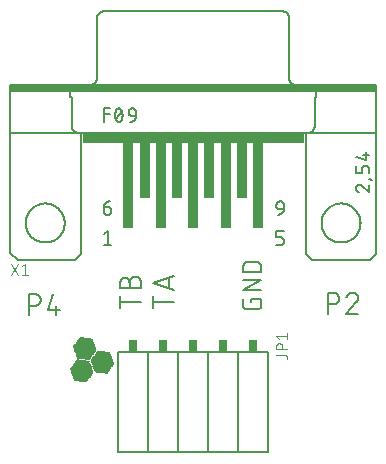
<source format=gbr>
G04 EAGLE Gerber RS-274X export*
G75*
%MOMM*%
%FSLAX34Y34*%
%LPD*%
%INSilkscreen Top*%
%IPPOS*%
%AMOC8*
5,1,8,0,0,1.08239X$1,22.5*%
G01*
%ADD10C,0.127000*%
%ADD11C,0.152400*%
%ADD12R,0.014731X0.014731*%
%ADD13R,0.147319X0.014731*%
%ADD14R,0.265175X0.014731*%
%ADD15R,0.383031X0.014731*%
%ADD16R,0.515619X0.014731*%
%ADD17R,0.633475X0.014731*%
%ADD18R,0.751331X0.014731*%
%ADD19R,0.883919X0.014731*%
%ADD20R,1.001775X0.014731*%
%ADD21R,1.119631X0.014731*%
%ADD22R,1.134363X0.014731*%
%ADD23R,1.149094X0.014731*%
%ADD24R,1.163825X0.014731*%
%ADD25R,1.178556X0.014731*%
%ADD26R,1.193288X0.014731*%
%ADD27R,1.222756X0.014731*%
%ADD28R,1.237488X0.014731*%
%ADD29R,1.266950X0.014731*%
%ADD30R,1.281681X0.014731*%
%ADD31R,1.311144X0.014731*%
%ADD32R,1.325881X0.014731*%
%ADD33R,1.355344X0.014731*%
%ADD34R,1.370075X0.014731*%
%ADD35R,1.384806X0.014731*%
%ADD36R,1.399538X0.014731*%
%ADD37R,1.414275X0.014731*%
%ADD38R,1.443738X0.014731*%
%ADD39R,1.458469X0.014731*%
%ADD40R,1.487931X0.014731*%
%ADD41R,1.502663X0.014731*%
%ADD42R,1.517394X0.014731*%
%ADD43R,1.532125X0.014731*%
%ADD44R,1.546856X0.014731*%
%ADD45R,1.576319X0.014731*%
%ADD46R,1.605788X0.014731*%
%ADD47R,1.620519X0.014731*%
%ADD48R,1.649981X0.014731*%
%ADD49R,1.664713X0.014731*%
%ADD50R,1.694175X0.014731*%
%ADD51R,1.708913X0.014731*%
%ADD52R,1.738375X0.014731*%
%ADD53R,1.753106X0.014731*%
%ADD54R,1.767838X0.014731*%
%ADD55R,1.782569X0.014731*%
%ADD56R,1.797306X0.014731*%
%ADD57R,0.117856X0.014731*%
%ADD58R,1.826769X0.014731*%
%ADD59R,0.235713X0.014731*%
%ADD60R,0.353569X0.014731*%
%ADD61R,1.856231X0.014731*%
%ADD62R,0.486156X0.014731*%
%ADD63R,1.870963X0.014731*%
%ADD64R,0.604013X0.014731*%
%ADD65R,0.721869X0.014731*%
%ADD66R,1.885694X0.014731*%
%ADD67R,0.839719X0.014731*%
%ADD68R,0.972306X0.014731*%
%ADD69R,1.090169X0.014731*%
%ADD70R,1.208025X0.014731*%
%ADD71R,1.252219X0.014731*%
%ADD72R,1.296412X0.014731*%
%ADD73R,1.340612X0.014731*%
%ADD74R,1.826763X0.014731*%
%ADD75R,1.414269X0.014731*%
%ADD76R,1.812031X0.014731*%
%ADD77R,1.429000X0.014731*%
%ADD78R,1.458462X0.014731*%
%ADD79R,1.473200X0.014731*%
%ADD80R,1.723644X0.014731*%
%ADD81R,1.694181X0.014731*%
%ADD82R,1.679450X0.014731*%
%ADD83R,1.561594X0.014731*%
%ADD84R,1.576325X0.014731*%
%ADD85R,1.591056X0.014731*%
%ADD86R,1.635250X0.014731*%
%ADD87R,1.561588X0.014731*%
%ADD88R,1.443731X0.014731*%
%ADD89R,1.797300X0.014731*%
%ADD90R,1.841500X0.014731*%
%ADD91R,1.311150X0.014731*%
%ADD92R,1.296419X0.014731*%
%ADD93R,1.193294X0.014731*%
%ADD94R,0.957575X0.014731*%
%ADD95R,0.589281X0.014731*%
%ADD96R,0.471425X0.014731*%
%ADD97R,0.220975X0.014731*%
%ADD98R,1.812038X0.014731*%
%ADD99R,0.103119X0.014731*%
%ADD100R,0.029463X0.014731*%
%ADD101R,0.162050X0.014731*%
%ADD102R,0.397763X0.014731*%
%ADD103R,0.648206X0.014731*%
%ADD104R,1.679444X0.014731*%
%ADD105R,1.016506X0.014731*%
%ADD106R,1.104900X0.014731*%
%ADD107R,1.222750X0.014731*%
%ADD108R,1.429006X0.014731*%
%ADD109R,1.208019X0.014731*%
%ADD110R,0.987044X0.014731*%
%ADD111R,0.854456X0.014731*%
%ADD112R,0.618744X0.014731*%
%ADD113R,0.500888X0.014731*%
%ADD114R,0.368300X0.014731*%
%ADD115R,0.132587X0.014731*%
%ADD116R,1.664719X0.014731*%
%ADD117R,1.075438X0.014731*%
%ADD118R,0.942844X0.014731*%
%ADD119R,0.707131X0.014731*%
%ADD120R,0.456694X0.014731*%
%ADD121R,0.088388X0.014731*%
%ADD122R,18.542000X0.762000*%
%ADD123R,30.988000X0.508000*%
%ADD124R,0.812800X7.239000*%
%ADD125R,0.812800X4.699000*%
%ADD126C,0.101600*%
%ADD127R,0.762000X1.016000*%


D10*
X234597Y99370D02*
X234597Y101953D01*
X243205Y101953D01*
X243205Y96788D01*
X243203Y96673D01*
X243197Y96558D01*
X243188Y96443D01*
X243174Y96329D01*
X243157Y96215D01*
X243136Y96102D01*
X243111Y95990D01*
X243083Y95878D01*
X243050Y95768D01*
X243014Y95659D01*
X242975Y95551D01*
X242932Y95444D01*
X242885Y95339D01*
X242835Y95235D01*
X242781Y95133D01*
X242724Y95033D01*
X242664Y94935D01*
X242601Y94839D01*
X242534Y94746D01*
X242464Y94654D01*
X242391Y94565D01*
X242316Y94478D01*
X242237Y94394D01*
X242156Y94313D01*
X242072Y94235D01*
X241985Y94159D01*
X241896Y94086D01*
X241804Y94016D01*
X241711Y93949D01*
X241615Y93886D01*
X241517Y93826D01*
X241417Y93769D01*
X241315Y93715D01*
X241211Y93665D01*
X241106Y93618D01*
X240999Y93575D01*
X240891Y93536D01*
X240782Y93500D01*
X240672Y93467D01*
X240560Y93439D01*
X240448Y93414D01*
X240335Y93393D01*
X240221Y93376D01*
X240107Y93362D01*
X239992Y93353D01*
X239877Y93347D01*
X239762Y93345D01*
X231154Y93345D01*
X231039Y93347D01*
X230924Y93353D01*
X230809Y93362D01*
X230695Y93376D01*
X230581Y93393D01*
X230468Y93414D01*
X230356Y93439D01*
X230244Y93467D01*
X230134Y93500D01*
X230025Y93536D01*
X229917Y93575D01*
X229810Y93618D01*
X229705Y93665D01*
X229601Y93715D01*
X229499Y93769D01*
X229399Y93826D01*
X229301Y93886D01*
X229205Y93949D01*
X229112Y94016D01*
X229020Y94086D01*
X228931Y94159D01*
X228844Y94234D01*
X228760Y94313D01*
X228679Y94394D01*
X228601Y94478D01*
X228525Y94565D01*
X228452Y94654D01*
X228382Y94746D01*
X228315Y94839D01*
X228252Y94935D01*
X228192Y95033D01*
X228135Y95133D01*
X228081Y95235D01*
X228031Y95339D01*
X227984Y95444D01*
X227941Y95551D01*
X227902Y95659D01*
X227866Y95768D01*
X227833Y95878D01*
X227805Y95990D01*
X227780Y96102D01*
X227759Y96215D01*
X227742Y96329D01*
X227728Y96443D01*
X227719Y96558D01*
X227713Y96673D01*
X227711Y96788D01*
X227711Y101953D01*
X227711Y109202D02*
X243205Y109202D01*
X243205Y117810D02*
X227711Y109202D01*
X227711Y117810D02*
X243205Y117810D01*
X243205Y125059D02*
X227711Y125059D01*
X227711Y129363D01*
X227713Y129493D01*
X227719Y129623D01*
X227729Y129753D01*
X227742Y129882D01*
X227760Y130011D01*
X227782Y130139D01*
X227807Y130266D01*
X227836Y130393D01*
X227869Y130519D01*
X227906Y130643D01*
X227946Y130767D01*
X227991Y130889D01*
X228039Y131010D01*
X228090Y131129D01*
X228145Y131247D01*
X228204Y131363D01*
X228266Y131477D01*
X228332Y131590D01*
X228401Y131700D01*
X228473Y131808D01*
X228548Y131914D01*
X228627Y132017D01*
X228709Y132118D01*
X228793Y132217D01*
X228881Y132313D01*
X228972Y132406D01*
X229065Y132497D01*
X229161Y132585D01*
X229260Y132669D01*
X229361Y132751D01*
X229464Y132830D01*
X229570Y132905D01*
X229678Y132977D01*
X229788Y133046D01*
X229901Y133112D01*
X230015Y133174D01*
X230131Y133233D01*
X230249Y133288D01*
X230368Y133339D01*
X230489Y133387D01*
X230611Y133432D01*
X230735Y133472D01*
X230859Y133509D01*
X230985Y133542D01*
X231112Y133571D01*
X231239Y133597D01*
X231367Y133618D01*
X231496Y133636D01*
X231626Y133649D01*
X231755Y133659D01*
X231885Y133665D01*
X232015Y133667D01*
X232015Y133666D02*
X238901Y133666D01*
X238901Y133667D02*
X239031Y133665D01*
X239161Y133659D01*
X239291Y133649D01*
X239420Y133636D01*
X239549Y133618D01*
X239677Y133597D01*
X239804Y133571D01*
X239931Y133542D01*
X240057Y133509D01*
X240181Y133472D01*
X240305Y133432D01*
X240427Y133387D01*
X240548Y133339D01*
X240667Y133288D01*
X240785Y133233D01*
X240901Y133174D01*
X241015Y133112D01*
X241128Y133046D01*
X241238Y132977D01*
X241346Y132905D01*
X241452Y132830D01*
X241555Y132751D01*
X241656Y132669D01*
X241755Y132585D01*
X241851Y132497D01*
X241944Y132406D01*
X242035Y132313D01*
X242123Y132217D01*
X242207Y132118D01*
X242289Y132017D01*
X242368Y131914D01*
X242443Y131808D01*
X242515Y131700D01*
X242584Y131590D01*
X242650Y131477D01*
X242712Y131363D01*
X242771Y131247D01*
X242826Y131129D01*
X242877Y131010D01*
X242925Y130889D01*
X242970Y130767D01*
X243010Y130643D01*
X243047Y130519D01*
X243080Y130393D01*
X243109Y130266D01*
X243135Y130139D01*
X243156Y130011D01*
X243174Y129882D01*
X243187Y129753D01*
X243197Y129623D01*
X243203Y129493D01*
X243205Y129363D01*
X243205Y125059D01*
D11*
X169418Y99681D02*
X151638Y99681D01*
X151638Y94742D02*
X151638Y104620D01*
X151638Y115315D02*
X169418Y109388D01*
X169418Y121241D02*
X151638Y115315D01*
X164973Y119760D02*
X164973Y110870D01*
X141478Y99681D02*
X123698Y99681D01*
X123698Y94742D02*
X123698Y104620D01*
X131600Y111131D02*
X131600Y116070D01*
X131602Y116210D01*
X131608Y116349D01*
X131618Y116489D01*
X131632Y116628D01*
X131649Y116767D01*
X131671Y116905D01*
X131697Y117042D01*
X131726Y117179D01*
X131759Y117315D01*
X131796Y117449D01*
X131837Y117583D01*
X131882Y117715D01*
X131931Y117847D01*
X131983Y117976D01*
X132038Y118104D01*
X132098Y118231D01*
X132161Y118356D01*
X132227Y118479D01*
X132297Y118600D01*
X132370Y118719D01*
X132447Y118836D01*
X132527Y118950D01*
X132610Y119063D01*
X132696Y119173D01*
X132786Y119280D01*
X132878Y119385D01*
X132973Y119487D01*
X133071Y119587D01*
X133172Y119684D01*
X133276Y119778D01*
X133382Y119868D01*
X133491Y119956D01*
X133602Y120041D01*
X133716Y120122D01*
X133831Y120201D01*
X133949Y120276D01*
X134070Y120347D01*
X134192Y120415D01*
X134315Y120480D01*
X134441Y120541D01*
X134569Y120599D01*
X134697Y120653D01*
X134828Y120703D01*
X134960Y120750D01*
X135093Y120793D01*
X135227Y120832D01*
X135362Y120867D01*
X135498Y120898D01*
X135636Y120926D01*
X135773Y120949D01*
X135912Y120969D01*
X136051Y120985D01*
X136190Y120997D01*
X136329Y121005D01*
X136469Y121009D01*
X136609Y121009D01*
X136749Y121005D01*
X136888Y120997D01*
X137027Y120985D01*
X137166Y120969D01*
X137305Y120949D01*
X137442Y120926D01*
X137580Y120898D01*
X137716Y120867D01*
X137851Y120832D01*
X137985Y120793D01*
X138118Y120750D01*
X138250Y120703D01*
X138381Y120653D01*
X138509Y120599D01*
X138637Y120541D01*
X138763Y120480D01*
X138886Y120415D01*
X139009Y120347D01*
X139129Y120276D01*
X139247Y120201D01*
X139362Y120122D01*
X139476Y120041D01*
X139587Y119956D01*
X139696Y119868D01*
X139802Y119778D01*
X139906Y119684D01*
X140007Y119587D01*
X140105Y119487D01*
X140200Y119385D01*
X140292Y119280D01*
X140382Y119173D01*
X140468Y119063D01*
X140551Y118950D01*
X140631Y118836D01*
X140708Y118719D01*
X140781Y118600D01*
X140851Y118479D01*
X140917Y118356D01*
X140980Y118231D01*
X141040Y118104D01*
X141095Y117976D01*
X141147Y117847D01*
X141196Y117715D01*
X141241Y117583D01*
X141282Y117449D01*
X141319Y117315D01*
X141352Y117179D01*
X141381Y117042D01*
X141407Y116905D01*
X141429Y116767D01*
X141446Y116628D01*
X141460Y116489D01*
X141470Y116349D01*
X141476Y116210D01*
X141478Y116070D01*
X141478Y111131D01*
X123698Y111131D01*
X123698Y116070D01*
X123700Y116194D01*
X123706Y116318D01*
X123716Y116442D01*
X123729Y116565D01*
X123747Y116688D01*
X123768Y116810D01*
X123793Y116932D01*
X123822Y117053D01*
X123855Y117172D01*
X123891Y117291D01*
X123932Y117408D01*
X123975Y117524D01*
X124023Y117639D01*
X124074Y117752D01*
X124129Y117864D01*
X124187Y117973D01*
X124248Y118081D01*
X124313Y118187D01*
X124381Y118291D01*
X124453Y118392D01*
X124527Y118492D01*
X124605Y118588D01*
X124685Y118683D01*
X124769Y118775D01*
X124855Y118864D01*
X124944Y118950D01*
X125036Y119034D01*
X125131Y119114D01*
X125227Y119192D01*
X125327Y119266D01*
X125428Y119338D01*
X125532Y119406D01*
X125638Y119471D01*
X125746Y119532D01*
X125855Y119590D01*
X125967Y119645D01*
X126080Y119696D01*
X126195Y119744D01*
X126311Y119787D01*
X126428Y119828D01*
X126547Y119864D01*
X126666Y119897D01*
X126787Y119926D01*
X126909Y119951D01*
X127031Y119972D01*
X127154Y119990D01*
X127277Y120003D01*
X127401Y120013D01*
X127525Y120019D01*
X127649Y120021D01*
X127773Y120019D01*
X127897Y120013D01*
X128021Y120003D01*
X128144Y119990D01*
X128267Y119972D01*
X128389Y119951D01*
X128511Y119926D01*
X128632Y119897D01*
X128751Y119864D01*
X128870Y119828D01*
X128987Y119787D01*
X129103Y119744D01*
X129218Y119696D01*
X129331Y119645D01*
X129443Y119590D01*
X129552Y119532D01*
X129660Y119471D01*
X129766Y119406D01*
X129870Y119338D01*
X129971Y119266D01*
X130071Y119192D01*
X130167Y119114D01*
X130262Y119034D01*
X130354Y118950D01*
X130443Y118864D01*
X130529Y118775D01*
X130613Y118683D01*
X130693Y118588D01*
X130771Y118492D01*
X130845Y118392D01*
X130917Y118291D01*
X130985Y118187D01*
X131050Y118081D01*
X131111Y117973D01*
X131169Y117864D01*
X131224Y117752D01*
X131275Y117639D01*
X131323Y117524D01*
X131366Y117408D01*
X131407Y117291D01*
X131443Y117172D01*
X131476Y117053D01*
X131505Y116932D01*
X131530Y116810D01*
X131551Y116688D01*
X131569Y116565D01*
X131582Y116442D01*
X131592Y116318D01*
X131598Y116194D01*
X131600Y116070D01*
X299212Y107442D02*
X299212Y89662D01*
X299212Y107442D02*
X304151Y107442D01*
X304291Y107440D01*
X304430Y107434D01*
X304570Y107424D01*
X304709Y107410D01*
X304848Y107393D01*
X304986Y107371D01*
X305123Y107345D01*
X305260Y107316D01*
X305396Y107283D01*
X305530Y107246D01*
X305664Y107205D01*
X305796Y107160D01*
X305928Y107111D01*
X306057Y107059D01*
X306185Y107004D01*
X306312Y106944D01*
X306437Y106881D01*
X306560Y106815D01*
X306681Y106745D01*
X306800Y106672D01*
X306917Y106595D01*
X307031Y106515D01*
X307144Y106432D01*
X307254Y106346D01*
X307361Y106256D01*
X307466Y106164D01*
X307568Y106069D01*
X307668Y105971D01*
X307765Y105870D01*
X307859Y105766D01*
X307949Y105660D01*
X308037Y105551D01*
X308122Y105440D01*
X308203Y105326D01*
X308282Y105211D01*
X308357Y105093D01*
X308428Y104973D01*
X308496Y104850D01*
X308561Y104727D01*
X308622Y104601D01*
X308680Y104473D01*
X308734Y104345D01*
X308784Y104214D01*
X308831Y104082D01*
X308874Y103949D01*
X308913Y103815D01*
X308948Y103680D01*
X308979Y103544D01*
X309007Y103406D01*
X309030Y103269D01*
X309050Y103130D01*
X309066Y102991D01*
X309078Y102852D01*
X309086Y102713D01*
X309090Y102573D01*
X309090Y102433D01*
X309086Y102293D01*
X309078Y102154D01*
X309066Y102015D01*
X309050Y101876D01*
X309030Y101737D01*
X309007Y101600D01*
X308979Y101462D01*
X308948Y101326D01*
X308913Y101191D01*
X308874Y101057D01*
X308831Y100924D01*
X308784Y100792D01*
X308734Y100661D01*
X308680Y100533D01*
X308622Y100405D01*
X308561Y100279D01*
X308496Y100156D01*
X308428Y100034D01*
X308357Y99913D01*
X308282Y99795D01*
X308203Y99680D01*
X308122Y99566D01*
X308037Y99455D01*
X307949Y99346D01*
X307859Y99240D01*
X307765Y99136D01*
X307668Y99035D01*
X307568Y98937D01*
X307466Y98842D01*
X307361Y98750D01*
X307254Y98660D01*
X307144Y98574D01*
X307031Y98491D01*
X306917Y98411D01*
X306800Y98334D01*
X306681Y98261D01*
X306560Y98191D01*
X306437Y98125D01*
X306312Y98062D01*
X306185Y98002D01*
X306057Y97947D01*
X305928Y97895D01*
X305796Y97846D01*
X305664Y97801D01*
X305530Y97760D01*
X305396Y97723D01*
X305260Y97690D01*
X305123Y97661D01*
X304986Y97635D01*
X304848Y97613D01*
X304709Y97596D01*
X304570Y97582D01*
X304430Y97572D01*
X304291Y97566D01*
X304151Y97564D01*
X299212Y97564D01*
X320640Y107442D02*
X320772Y107440D01*
X320903Y107434D01*
X321035Y107424D01*
X321166Y107411D01*
X321296Y107393D01*
X321426Y107372D01*
X321556Y107347D01*
X321684Y107318D01*
X321812Y107285D01*
X321938Y107248D01*
X322064Y107208D01*
X322188Y107164D01*
X322311Y107116D01*
X322432Y107065D01*
X322552Y107010D01*
X322670Y106952D01*
X322786Y106890D01*
X322900Y106824D01*
X323013Y106756D01*
X323123Y106684D01*
X323231Y106609D01*
X323337Y106530D01*
X323441Y106449D01*
X323542Y106364D01*
X323640Y106277D01*
X323736Y106186D01*
X323829Y106093D01*
X323920Y105997D01*
X324007Y105899D01*
X324092Y105798D01*
X324173Y105694D01*
X324252Y105588D01*
X324327Y105480D01*
X324399Y105370D01*
X324467Y105257D01*
X324533Y105143D01*
X324595Y105027D01*
X324653Y104909D01*
X324708Y104789D01*
X324759Y104668D01*
X324807Y104545D01*
X324851Y104421D01*
X324891Y104295D01*
X324928Y104169D01*
X324961Y104041D01*
X324990Y103913D01*
X325015Y103783D01*
X325036Y103653D01*
X325054Y103523D01*
X325067Y103392D01*
X325077Y103260D01*
X325083Y103129D01*
X325085Y102997D01*
X320640Y107442D02*
X320490Y107440D01*
X320341Y107434D01*
X320192Y107424D01*
X320043Y107411D01*
X319894Y107393D01*
X319746Y107372D01*
X319598Y107346D01*
X319452Y107317D01*
X319306Y107284D01*
X319161Y107247D01*
X319017Y107206D01*
X318874Y107162D01*
X318732Y107114D01*
X318592Y107062D01*
X318453Y107007D01*
X318315Y106948D01*
X318180Y106885D01*
X318045Y106819D01*
X317913Y106749D01*
X317783Y106676D01*
X317654Y106599D01*
X317527Y106519D01*
X317403Y106436D01*
X317281Y106350D01*
X317161Y106260D01*
X317044Y106167D01*
X316929Y106072D01*
X316816Y105973D01*
X316706Y105871D01*
X316599Y105767D01*
X316495Y105660D01*
X316393Y105550D01*
X316295Y105437D01*
X316199Y105322D01*
X316107Y105204D01*
X316017Y105084D01*
X315931Y104962D01*
X315848Y104838D01*
X315768Y104711D01*
X315692Y104583D01*
X315619Y104452D01*
X315549Y104319D01*
X315483Y104185D01*
X315421Y104049D01*
X315362Y103912D01*
X315306Y103773D01*
X315255Y103632D01*
X315207Y103491D01*
X323602Y99540D02*
X323698Y99633D01*
X323790Y99729D01*
X323880Y99828D01*
X323967Y99929D01*
X324052Y100032D01*
X324133Y100137D01*
X324211Y100245D01*
X324286Y100355D01*
X324359Y100467D01*
X324428Y100581D01*
X324494Y100697D01*
X324556Y100815D01*
X324615Y100934D01*
X324671Y101055D01*
X324724Y101178D01*
X324773Y101302D01*
X324818Y101427D01*
X324861Y101554D01*
X324899Y101681D01*
X324934Y101810D01*
X324965Y101939D01*
X324993Y102070D01*
X325017Y102201D01*
X325038Y102333D01*
X325054Y102465D01*
X325067Y102598D01*
X325077Y102731D01*
X325082Y102864D01*
X325084Y102997D01*
X323603Y99540D02*
X315207Y89662D01*
X325085Y89662D01*
X46482Y88392D02*
X46482Y106172D01*
X51421Y106172D01*
X51561Y106170D01*
X51700Y106164D01*
X51840Y106154D01*
X51979Y106140D01*
X52118Y106123D01*
X52256Y106101D01*
X52393Y106075D01*
X52530Y106046D01*
X52666Y106013D01*
X52800Y105976D01*
X52934Y105935D01*
X53066Y105890D01*
X53198Y105841D01*
X53327Y105789D01*
X53455Y105734D01*
X53582Y105674D01*
X53707Y105611D01*
X53830Y105545D01*
X53951Y105475D01*
X54070Y105402D01*
X54187Y105325D01*
X54301Y105245D01*
X54414Y105162D01*
X54524Y105076D01*
X54631Y104986D01*
X54736Y104894D01*
X54838Y104799D01*
X54938Y104701D01*
X55035Y104600D01*
X55129Y104496D01*
X55219Y104390D01*
X55307Y104281D01*
X55392Y104170D01*
X55473Y104056D01*
X55552Y103941D01*
X55627Y103823D01*
X55698Y103703D01*
X55766Y103580D01*
X55831Y103457D01*
X55892Y103331D01*
X55950Y103203D01*
X56004Y103075D01*
X56054Y102944D01*
X56101Y102812D01*
X56144Y102679D01*
X56183Y102545D01*
X56218Y102410D01*
X56249Y102274D01*
X56277Y102136D01*
X56300Y101999D01*
X56320Y101860D01*
X56336Y101721D01*
X56348Y101582D01*
X56356Y101443D01*
X56360Y101303D01*
X56360Y101163D01*
X56356Y101023D01*
X56348Y100884D01*
X56336Y100745D01*
X56320Y100606D01*
X56300Y100467D01*
X56277Y100330D01*
X56249Y100192D01*
X56218Y100056D01*
X56183Y99921D01*
X56144Y99787D01*
X56101Y99654D01*
X56054Y99522D01*
X56004Y99391D01*
X55950Y99263D01*
X55892Y99135D01*
X55831Y99009D01*
X55766Y98886D01*
X55698Y98764D01*
X55627Y98643D01*
X55552Y98525D01*
X55473Y98410D01*
X55392Y98296D01*
X55307Y98185D01*
X55219Y98076D01*
X55129Y97970D01*
X55035Y97866D01*
X54938Y97765D01*
X54838Y97667D01*
X54736Y97572D01*
X54631Y97480D01*
X54524Y97390D01*
X54414Y97304D01*
X54301Y97221D01*
X54187Y97141D01*
X54070Y97064D01*
X53951Y96991D01*
X53830Y96921D01*
X53707Y96855D01*
X53582Y96792D01*
X53455Y96732D01*
X53327Y96677D01*
X53198Y96625D01*
X53066Y96576D01*
X52934Y96531D01*
X52800Y96490D01*
X52666Y96453D01*
X52530Y96420D01*
X52393Y96391D01*
X52256Y96365D01*
X52118Y96343D01*
X51979Y96326D01*
X51840Y96312D01*
X51700Y96302D01*
X51561Y96296D01*
X51421Y96294D01*
X46482Y96294D01*
X62477Y92343D02*
X66428Y106172D01*
X62477Y92343D02*
X72355Y92343D01*
X69391Y96294D02*
X69391Y88392D01*
D12*
X95082Y31349D03*
D13*
X94567Y31496D03*
D14*
X93977Y31643D03*
D15*
X93536Y31791D03*
D16*
X93020Y31938D03*
D17*
X92578Y32085D03*
D18*
X91989Y32233D03*
D19*
X91473Y32380D03*
D20*
X91031Y32527D03*
D21*
X90589Y32675D03*
D22*
X90515Y32822D03*
D23*
X90589Y32969D03*
D24*
X90663Y33117D03*
D25*
X90589Y33264D03*
D26*
X90663Y33411D03*
D27*
X90663Y33558D03*
D28*
X90736Y33706D03*
X90736Y33853D03*
D29*
X90736Y34000D03*
D30*
X90810Y34148D03*
D31*
X90810Y34295D03*
X90810Y34442D03*
D32*
X90884Y34590D03*
D33*
X90884Y34737D03*
D34*
X90957Y34884D03*
D35*
X90884Y35032D03*
D36*
X90957Y35179D03*
D37*
X91031Y35326D03*
D38*
X91031Y35474D03*
X91031Y35621D03*
D39*
X91105Y35768D03*
D40*
X91105Y35916D03*
D41*
X91178Y36063D03*
D42*
X91105Y36210D03*
D43*
X91178Y36358D03*
D44*
X91252Y36505D03*
D45*
X91252Y36652D03*
X91252Y36800D03*
D46*
X91252Y36947D03*
D47*
X91326Y37094D03*
X91326Y37241D03*
D48*
X91326Y37389D03*
D49*
X91399Y37536D03*
D50*
X91399Y37683D03*
X91399Y37831D03*
D51*
X91473Y37978D03*
D52*
X91473Y38125D03*
D53*
X91547Y38273D03*
D54*
X91473Y38420D03*
D55*
X91547Y38567D03*
D56*
X91620Y38715D03*
D57*
X112098Y38715D03*
D58*
X91620Y38862D03*
D59*
X111509Y38862D03*
D58*
X91620Y39009D03*
D60*
X111067Y39009D03*
D61*
X91620Y39157D03*
D62*
X110551Y39157D03*
D63*
X91694Y39304D03*
D64*
X110109Y39304D03*
D63*
X91694Y39451D03*
D65*
X109520Y39451D03*
D66*
X91620Y39599D03*
D67*
X109078Y39599D03*
D66*
X91620Y39746D03*
D68*
X108562Y39746D03*
D63*
X91547Y39893D03*
D69*
X108120Y39893D03*
D66*
X91473Y40041D03*
D21*
X107973Y40041D03*
D66*
X91473Y40188D03*
D23*
X107973Y40188D03*
D66*
X91326Y40335D03*
D24*
X108047Y40335D03*
D66*
X91326Y40483D03*
D25*
X108120Y40483D03*
D63*
X91252Y40630D03*
D26*
X108047Y40630D03*
D66*
X91178Y40777D03*
D70*
X108120Y40777D03*
D66*
X91178Y40924D03*
D28*
X108120Y40924D03*
D66*
X91031Y41072D03*
D71*
X108194Y41072D03*
D66*
X91031Y41219D03*
D71*
X108194Y41219D03*
D63*
X90957Y41366D03*
D30*
X108194Y41366D03*
D66*
X90884Y41514D03*
D72*
X108268Y41514D03*
D66*
X90884Y41661D03*
D32*
X108268Y41661D03*
D66*
X90736Y41808D03*
D32*
X108268Y41808D03*
D66*
X90736Y41956D03*
D73*
X108341Y41956D03*
D63*
X90663Y42103D03*
D34*
X108341Y42103D03*
D61*
X90736Y42250D03*
D35*
X108415Y42250D03*
D61*
X90736Y42398D03*
D36*
X108341Y42398D03*
D74*
X90736Y42545D03*
D75*
X108415Y42545D03*
D76*
X90810Y42692D03*
D77*
X108488Y42692D03*
D55*
X90810Y42840D03*
D78*
X108488Y42840D03*
D55*
X90810Y42987D03*
D78*
X108488Y42987D03*
D54*
X90884Y43134D03*
D79*
X108562Y43134D03*
D52*
X90884Y43282D03*
D41*
X108562Y43282D03*
D80*
X90957Y43429D03*
D41*
X108562Y43429D03*
D51*
X90884Y43576D03*
D43*
X108562Y43576D03*
D81*
X90957Y43724D03*
D44*
X108636Y43724D03*
D82*
X91031Y43871D03*
D83*
X108709Y43871D03*
D48*
X91031Y44018D03*
D84*
X108636Y44018D03*
D48*
X91031Y44166D03*
D85*
X108709Y44166D03*
D86*
X91105Y44313D03*
D47*
X108709Y44313D03*
D46*
X91105Y44460D03*
D86*
X108783Y44460D03*
D46*
X91105Y44607D03*
D86*
X108783Y44607D03*
D84*
X91105Y44755D03*
D49*
X108783Y44755D03*
D87*
X91178Y44902D03*
D82*
X108857Y44902D03*
D44*
X91252Y45049D03*
D51*
X108857Y45049D03*
D43*
X91178Y45197D03*
D51*
X108857Y45197D03*
D42*
X91252Y45344D03*
D80*
X108930Y45344D03*
D40*
X91252Y45491D03*
D53*
X108930Y45491D03*
D79*
X91326Y45639D03*
D54*
X109004Y45639D03*
D79*
X91326Y45786D03*
D55*
X108930Y45786D03*
D88*
X91326Y45933D03*
D89*
X109004Y45933D03*
D77*
X91399Y46081D03*
D76*
X109078Y46081D03*
D36*
X91399Y46228D03*
D90*
X109078Y46228D03*
D36*
X91399Y46375D03*
D90*
X109078Y46375D03*
D35*
X91473Y46523D03*
D63*
X109078Y46523D03*
D33*
X91473Y46670D03*
D66*
X109151Y46670D03*
D73*
X91547Y46817D03*
D63*
X109078Y46817D03*
D32*
X91473Y46965D03*
D66*
X109004Y46965D03*
D91*
X91547Y47112D03*
D66*
X109004Y47112D03*
D92*
X91620Y47259D03*
D63*
X108930Y47259D03*
D29*
X91620Y47407D03*
D66*
X108857Y47407D03*
D29*
X91620Y47554D03*
D66*
X108857Y47554D03*
D71*
X91694Y47701D03*
D66*
X108709Y47701D03*
D27*
X91694Y47849D03*
D66*
X108709Y47849D03*
D70*
X91768Y47996D03*
D63*
X108636Y47996D03*
D93*
X91694Y48143D03*
D66*
X108562Y48143D03*
D25*
X91768Y48290D03*
D66*
X108562Y48290D03*
D24*
X91841Y48438D03*
D66*
X108415Y48438D03*
D23*
X91768Y48585D03*
D66*
X108415Y48585D03*
D22*
X91841Y48732D03*
D63*
X108341Y48732D03*
D69*
X91768Y48880D03*
D66*
X108268Y48880D03*
D94*
X91252Y49027D03*
D66*
X108268Y49027D03*
D67*
X90663Y49174D03*
D66*
X108120Y49174D03*
D65*
X90221Y49322D03*
D66*
X108120Y49322D03*
D95*
X89705Y49469D03*
D61*
X108120Y49469D03*
D96*
X89263Y49616D03*
D90*
X108194Y49616D03*
D60*
X88674Y49764D03*
D90*
X108194Y49764D03*
D97*
X88158Y49911D03*
D98*
X108194Y49911D03*
D99*
X87716Y50058D03*
D56*
X108268Y50058D03*
D100*
X97513Y50206D03*
D55*
X108194Y50206D03*
D101*
X96998Y50353D03*
D54*
X108268Y50353D03*
D14*
X96482Y50500D03*
D53*
X108341Y50500D03*
D102*
X95966Y50648D03*
D80*
X108341Y50648D03*
D16*
X95524Y50795D03*
D80*
X108341Y50795D03*
D103*
X95009Y50942D03*
D81*
X108341Y50942D03*
D18*
X94493Y51090D03*
D104*
X108415Y51090D03*
D19*
X93977Y51237D03*
D49*
X108488Y51237D03*
D105*
X93462Y51384D03*
D48*
X108415Y51384D03*
D106*
X93020Y51532D03*
D86*
X108488Y51532D03*
D22*
X93020Y51679D03*
D47*
X108562Y51679D03*
D23*
X93094Y51826D03*
D85*
X108562Y51826D03*
D24*
X93167Y51973D03*
D85*
X108562Y51973D03*
D25*
X93094Y52121D03*
D87*
X108562Y52121D03*
D26*
X93167Y52268D03*
D44*
X108636Y52268D03*
D107*
X93167Y52415D03*
D43*
X108709Y52415D03*
D28*
X93241Y52563D03*
D42*
X108636Y52563D03*
D28*
X93241Y52710D03*
D41*
X108709Y52710D03*
D29*
X93241Y52857D03*
D79*
X108709Y52857D03*
D30*
X93315Y53005D03*
D39*
X108783Y53005D03*
D31*
X93315Y53152D03*
D39*
X108783Y53152D03*
D31*
X93315Y53299D03*
D108*
X108783Y53299D03*
D32*
X93388Y53447D03*
D75*
X108857Y53447D03*
D33*
X93388Y53594D03*
D35*
X108857Y53594D03*
D34*
X93462Y53741D03*
D35*
X108857Y53741D03*
X93388Y53889D03*
D34*
X108930Y53889D03*
D36*
X93462Y54036D03*
D73*
X108930Y54036D03*
D75*
X93536Y54183D03*
D73*
X108930Y54183D03*
D38*
X93536Y54331D03*
D91*
X108930Y54331D03*
D38*
X93536Y54478D03*
D72*
X109004Y54478D03*
D79*
X93536Y54625D03*
D30*
X109078Y54625D03*
D40*
X93609Y54773D03*
D29*
X109004Y54773D03*
D41*
X93683Y54920D03*
D71*
X109078Y54920D03*
D42*
X93609Y55067D03*
D27*
X109078Y55067D03*
D43*
X93683Y55215D03*
D109*
X109151Y55215D03*
D87*
X93683Y55362D03*
D109*
X109151Y55362D03*
D45*
X93756Y55509D03*
D25*
X109151Y55509D03*
D45*
X93756Y55656D03*
D24*
X109225Y55656D03*
D46*
X93756Y55804D03*
D23*
X109299Y55804D03*
D47*
X93830Y55951D03*
D22*
X109225Y55951D03*
D47*
X93830Y56098D03*
D106*
X109225Y56098D03*
D48*
X93830Y56246D03*
D110*
X108783Y56246D03*
D49*
X93904Y56393D03*
D111*
X108268Y56393D03*
D50*
X93904Y56540D03*
D18*
X107752Y56540D03*
D50*
X93904Y56688D03*
D112*
X107236Y56688D03*
D51*
X93977Y56835D03*
D113*
X106794Y56835D03*
D52*
X93977Y56982D03*
D114*
X106279Y56982D03*
D53*
X94051Y57130D03*
D14*
X105763Y57130D03*
D54*
X93977Y57277D03*
D115*
X105247Y57277D03*
D55*
X94051Y57424D03*
D12*
X104805Y57424D03*
D56*
X94125Y57572D03*
D58*
X94125Y57719D03*
X94125Y57866D03*
D61*
X94125Y58014D03*
D63*
X94198Y58161D03*
X94198Y58308D03*
D66*
X94125Y58456D03*
X94125Y58603D03*
X93977Y58750D03*
X93977Y58898D03*
D63*
X93904Y59045D03*
D66*
X93830Y59192D03*
X93830Y59339D03*
X93683Y59487D03*
X93683Y59634D03*
D63*
X93609Y59781D03*
D66*
X93536Y59929D03*
X93536Y60076D03*
D63*
X93462Y60223D03*
D66*
X93388Y60371D03*
X93388Y60518D03*
X93241Y60665D03*
X93241Y60813D03*
D63*
X93167Y60960D03*
D61*
X93241Y61107D03*
X93241Y61255D03*
D74*
X93241Y61402D03*
D76*
X93315Y61549D03*
D55*
X93315Y61697D03*
X93315Y61844D03*
D54*
X93388Y61991D03*
D52*
X93388Y62139D03*
D80*
X93462Y62286D03*
D51*
X93388Y62433D03*
D81*
X93462Y62581D03*
D82*
X93536Y62728D03*
D116*
X93462Y62875D03*
D48*
X93536Y63022D03*
D47*
X93536Y63170D03*
D46*
X93609Y63317D03*
X93609Y63464D03*
D84*
X93609Y63612D03*
D87*
X93683Y63759D03*
D43*
X93683Y63906D03*
X93683Y64054D03*
D42*
X93756Y64201D03*
D40*
X93756Y64348D03*
D79*
X93830Y64496D03*
X93830Y64643D03*
D88*
X93830Y64790D03*
D77*
X93904Y64938D03*
D36*
X93904Y65085D03*
X93904Y65232D03*
D35*
X93977Y65380D03*
D33*
X93977Y65527D03*
D73*
X94051Y65674D03*
D32*
X93977Y65822D03*
D91*
X94051Y65969D03*
D92*
X94125Y66116D03*
D29*
X94125Y66264D03*
X94125Y66411D03*
D28*
X94125Y66558D03*
D27*
X94198Y66705D03*
D70*
X94272Y66853D03*
D93*
X94198Y67000D03*
D25*
X94272Y67147D03*
D23*
X94272Y67295D03*
X94272Y67442D03*
D22*
X94346Y67589D03*
D117*
X94198Y67737D03*
D118*
X93683Y67884D03*
D67*
X93167Y68031D03*
D119*
X92652Y68179D03*
D95*
X92210Y68326D03*
D120*
X91694Y68473D03*
D60*
X91178Y68621D03*
D97*
X90663Y68768D03*
D121*
X90147Y68915D03*
D11*
X104140Y340360D02*
X104142Y340500D01*
X104148Y340640D01*
X104157Y340780D01*
X104171Y340919D01*
X104188Y341058D01*
X104209Y341196D01*
X104234Y341334D01*
X104263Y341471D01*
X104295Y341607D01*
X104332Y341742D01*
X104372Y341876D01*
X104415Y342009D01*
X104463Y342141D01*
X104513Y342272D01*
X104568Y342401D01*
X104626Y342528D01*
X104687Y342654D01*
X104752Y342778D01*
X104821Y342900D01*
X104892Y343020D01*
X104967Y343138D01*
X105045Y343255D01*
X105127Y343369D01*
X105211Y343480D01*
X105299Y343589D01*
X105389Y343696D01*
X105483Y343801D01*
X105579Y343902D01*
X105678Y344001D01*
X105779Y344097D01*
X105884Y344191D01*
X105991Y344281D01*
X106100Y344369D01*
X106211Y344453D01*
X106325Y344535D01*
X106442Y344613D01*
X106560Y344688D01*
X106680Y344759D01*
X106802Y344828D01*
X106926Y344893D01*
X107052Y344954D01*
X107179Y345012D01*
X107308Y345067D01*
X107439Y345117D01*
X107571Y345165D01*
X107704Y345208D01*
X107838Y345248D01*
X107973Y345285D01*
X108109Y345317D01*
X108246Y345346D01*
X108384Y345371D01*
X108522Y345392D01*
X108661Y345409D01*
X108800Y345423D01*
X108940Y345432D01*
X109080Y345438D01*
X109220Y345440D01*
X261620Y345440D02*
X261760Y345438D01*
X261900Y345432D01*
X262040Y345423D01*
X262179Y345409D01*
X262318Y345392D01*
X262456Y345371D01*
X262594Y345346D01*
X262731Y345317D01*
X262867Y345285D01*
X263002Y345248D01*
X263136Y345208D01*
X263269Y345165D01*
X263401Y345117D01*
X263532Y345067D01*
X263661Y345012D01*
X263788Y344954D01*
X263914Y344893D01*
X264038Y344828D01*
X264160Y344759D01*
X264280Y344688D01*
X264398Y344613D01*
X264515Y344535D01*
X264629Y344453D01*
X264740Y344369D01*
X264849Y344281D01*
X264956Y344191D01*
X265061Y344097D01*
X265162Y344001D01*
X265261Y343902D01*
X265357Y343801D01*
X265451Y343696D01*
X265541Y343589D01*
X265629Y343480D01*
X265713Y343369D01*
X265795Y343255D01*
X265873Y343138D01*
X265948Y343020D01*
X266019Y342900D01*
X266088Y342778D01*
X266153Y342654D01*
X266214Y342528D01*
X266272Y342401D01*
X266327Y342272D01*
X266377Y342141D01*
X266425Y342009D01*
X266468Y341876D01*
X266508Y341742D01*
X266545Y341607D01*
X266577Y341471D01*
X266606Y341334D01*
X266631Y341196D01*
X266652Y341058D01*
X266669Y340919D01*
X266683Y340780D01*
X266692Y340640D01*
X266698Y340500D01*
X266700Y340360D01*
X340360Y283210D02*
X30480Y283210D01*
X30480Y242570D02*
X90170Y242570D01*
X30480Y242570D02*
X30480Y278130D01*
X30480Y283210D01*
X340360Y283210D02*
X340360Y278130D01*
X340360Y242570D01*
X81280Y278130D02*
X30480Y278130D01*
X81280Y278130D02*
X81280Y273050D01*
X82550Y273050D01*
X82550Y248920D02*
X82552Y248762D01*
X82558Y248603D01*
X82568Y248445D01*
X82582Y248288D01*
X82599Y248130D01*
X82621Y247974D01*
X82646Y247817D01*
X82676Y247662D01*
X82709Y247507D01*
X82746Y247353D01*
X82787Y247200D01*
X82832Y247048D01*
X82881Y246898D01*
X82933Y246748D01*
X82989Y246600D01*
X83049Y246453D01*
X83112Y246308D01*
X83179Y246165D01*
X83249Y246023D01*
X83323Y245883D01*
X83401Y245745D01*
X83482Y245609D01*
X83566Y245475D01*
X83653Y245343D01*
X83744Y245213D01*
X83838Y245086D01*
X83935Y244961D01*
X84036Y244838D01*
X84139Y244718D01*
X84245Y244601D01*
X84354Y244486D01*
X84466Y244374D01*
X84581Y244265D01*
X84698Y244159D01*
X84818Y244056D01*
X84941Y243955D01*
X85066Y243858D01*
X85193Y243764D01*
X85323Y243673D01*
X85455Y243586D01*
X85589Y243502D01*
X85725Y243421D01*
X85863Y243343D01*
X86003Y243269D01*
X86145Y243199D01*
X86288Y243132D01*
X86433Y243069D01*
X86580Y243009D01*
X86728Y242953D01*
X86878Y242901D01*
X87028Y242852D01*
X87180Y242807D01*
X87333Y242766D01*
X87487Y242729D01*
X87642Y242696D01*
X87797Y242666D01*
X87954Y242641D01*
X88110Y242619D01*
X88268Y242602D01*
X88425Y242588D01*
X88583Y242578D01*
X88742Y242572D01*
X88900Y242570D01*
X90170Y242570D02*
X92710Y242570D01*
X82550Y248920D02*
X82550Y273050D01*
X92710Y242570D02*
X92710Y234950D01*
X92710Y242570D02*
X278130Y242570D01*
X278130Y234950D02*
X92710Y234950D01*
X278130Y234950D02*
X278130Y242570D01*
X280670Y242570D01*
X289560Y278130D02*
X81280Y278130D01*
X289560Y278130D02*
X340360Y278130D01*
X289560Y278130D02*
X289560Y273050D01*
X288290Y273050D02*
X288290Y248920D01*
X288290Y273050D02*
X289560Y273050D01*
X288290Y248920D02*
X288288Y248762D01*
X288282Y248603D01*
X288272Y248445D01*
X288258Y248288D01*
X288241Y248130D01*
X288219Y247974D01*
X288194Y247817D01*
X288164Y247662D01*
X288131Y247507D01*
X288094Y247353D01*
X288053Y247200D01*
X288008Y247048D01*
X287959Y246898D01*
X287907Y246748D01*
X287851Y246600D01*
X287791Y246453D01*
X287728Y246308D01*
X287661Y246165D01*
X287591Y246023D01*
X287517Y245883D01*
X287439Y245745D01*
X287358Y245609D01*
X287274Y245475D01*
X287187Y245343D01*
X287096Y245213D01*
X287002Y245086D01*
X286905Y244961D01*
X286804Y244838D01*
X286701Y244718D01*
X286595Y244601D01*
X286486Y244486D01*
X286374Y244374D01*
X286259Y244265D01*
X286142Y244159D01*
X286022Y244056D01*
X285899Y243955D01*
X285774Y243858D01*
X285647Y243764D01*
X285517Y243673D01*
X285385Y243586D01*
X285251Y243502D01*
X285115Y243421D01*
X284977Y243343D01*
X284837Y243269D01*
X284695Y243199D01*
X284552Y243132D01*
X284407Y243069D01*
X284260Y243009D01*
X284112Y242953D01*
X283962Y242901D01*
X283812Y242852D01*
X283660Y242807D01*
X283507Y242766D01*
X283353Y242729D01*
X283198Y242696D01*
X283043Y242666D01*
X282886Y242641D01*
X282730Y242619D01*
X282572Y242602D01*
X282415Y242588D01*
X282257Y242578D01*
X282098Y242572D01*
X281940Y242570D01*
X36830Y134620D02*
X30480Y140970D01*
X30480Y242570D01*
X36830Y134620D02*
X85090Y134620D01*
X90170Y139700D01*
X90170Y242570D01*
X280670Y242570D02*
X280670Y139700D01*
X285750Y134620D01*
X335280Y134620D01*
X340360Y139700D01*
X340360Y242570D01*
X280670Y242570D01*
X104140Y289560D02*
X104140Y340360D01*
X104140Y289560D02*
X104138Y289402D01*
X104132Y289243D01*
X104122Y289085D01*
X104108Y288928D01*
X104091Y288770D01*
X104069Y288614D01*
X104044Y288457D01*
X104014Y288302D01*
X103981Y288147D01*
X103944Y287993D01*
X103903Y287840D01*
X103858Y287688D01*
X103809Y287538D01*
X103757Y287388D01*
X103701Y287240D01*
X103641Y287093D01*
X103578Y286948D01*
X103511Y286805D01*
X103441Y286663D01*
X103367Y286523D01*
X103289Y286385D01*
X103208Y286249D01*
X103124Y286115D01*
X103037Y285983D01*
X102946Y285853D01*
X102852Y285726D01*
X102755Y285601D01*
X102654Y285478D01*
X102551Y285358D01*
X102445Y285241D01*
X102336Y285126D01*
X102224Y285014D01*
X102109Y284905D01*
X101992Y284799D01*
X101872Y284696D01*
X101749Y284595D01*
X101624Y284498D01*
X101497Y284404D01*
X101367Y284313D01*
X101235Y284226D01*
X101101Y284142D01*
X100965Y284061D01*
X100827Y283983D01*
X100687Y283909D01*
X100545Y283839D01*
X100402Y283772D01*
X100257Y283709D01*
X100110Y283649D01*
X99962Y283593D01*
X99812Y283541D01*
X99662Y283492D01*
X99510Y283447D01*
X99357Y283406D01*
X99203Y283369D01*
X99048Y283336D01*
X98893Y283306D01*
X98736Y283281D01*
X98580Y283259D01*
X98422Y283242D01*
X98265Y283228D01*
X98107Y283218D01*
X97948Y283212D01*
X97790Y283210D01*
X266700Y289560D02*
X266700Y340360D01*
X266700Y289560D02*
X266702Y289402D01*
X266708Y289243D01*
X266718Y289085D01*
X266732Y288928D01*
X266749Y288770D01*
X266771Y288614D01*
X266796Y288457D01*
X266826Y288302D01*
X266859Y288147D01*
X266896Y287993D01*
X266937Y287840D01*
X266982Y287688D01*
X267031Y287538D01*
X267083Y287388D01*
X267139Y287240D01*
X267199Y287093D01*
X267262Y286948D01*
X267329Y286805D01*
X267399Y286663D01*
X267473Y286523D01*
X267551Y286385D01*
X267632Y286249D01*
X267716Y286115D01*
X267803Y285983D01*
X267894Y285853D01*
X267988Y285726D01*
X268085Y285601D01*
X268186Y285478D01*
X268289Y285358D01*
X268395Y285241D01*
X268504Y285126D01*
X268616Y285014D01*
X268731Y284905D01*
X268848Y284799D01*
X268968Y284696D01*
X269091Y284595D01*
X269216Y284498D01*
X269343Y284404D01*
X269473Y284313D01*
X269605Y284226D01*
X269739Y284142D01*
X269875Y284061D01*
X270013Y283983D01*
X270153Y283909D01*
X270295Y283839D01*
X270438Y283772D01*
X270583Y283709D01*
X270730Y283649D01*
X270878Y283593D01*
X271028Y283541D01*
X271178Y283492D01*
X271330Y283447D01*
X271483Y283406D01*
X271637Y283369D01*
X271792Y283336D01*
X271947Y283306D01*
X272104Y283281D01*
X272260Y283259D01*
X272418Y283242D01*
X272575Y283228D01*
X272733Y283218D01*
X272892Y283212D01*
X273050Y283210D01*
X261620Y345440D02*
X109220Y345440D01*
X43688Y166370D02*
X43693Y166775D01*
X43708Y167180D01*
X43733Y167585D01*
X43768Y167988D01*
X43812Y168391D01*
X43867Y168793D01*
X43931Y169193D01*
X44005Y169591D01*
X44089Y169987D01*
X44183Y170382D01*
X44286Y170773D01*
X44399Y171163D01*
X44521Y171549D01*
X44653Y171932D01*
X44794Y172312D01*
X44945Y172688D01*
X45104Y173061D01*
X45273Y173429D01*
X45451Y173793D01*
X45637Y174153D01*
X45833Y174508D01*
X46037Y174858D01*
X46249Y175203D01*
X46470Y175542D01*
X46700Y175877D01*
X46937Y176205D01*
X47182Y176527D01*
X47436Y176844D01*
X47696Y177154D01*
X47965Y177457D01*
X48241Y177754D01*
X48524Y178044D01*
X48814Y178327D01*
X49111Y178603D01*
X49414Y178872D01*
X49724Y179132D01*
X50041Y179386D01*
X50363Y179631D01*
X50691Y179868D01*
X51026Y180098D01*
X51365Y180319D01*
X51710Y180531D01*
X52060Y180735D01*
X52415Y180931D01*
X52775Y181117D01*
X53139Y181295D01*
X53507Y181464D01*
X53880Y181623D01*
X54256Y181774D01*
X54636Y181915D01*
X55019Y182047D01*
X55405Y182169D01*
X55795Y182282D01*
X56186Y182385D01*
X56581Y182479D01*
X56977Y182563D01*
X57375Y182637D01*
X57775Y182701D01*
X58177Y182756D01*
X58580Y182800D01*
X58983Y182835D01*
X59388Y182860D01*
X59793Y182875D01*
X60198Y182880D01*
X60603Y182875D01*
X61008Y182860D01*
X61413Y182835D01*
X61816Y182800D01*
X62219Y182756D01*
X62621Y182701D01*
X63021Y182637D01*
X63419Y182563D01*
X63815Y182479D01*
X64210Y182385D01*
X64601Y182282D01*
X64991Y182169D01*
X65377Y182047D01*
X65760Y181915D01*
X66140Y181774D01*
X66516Y181623D01*
X66889Y181464D01*
X67257Y181295D01*
X67621Y181117D01*
X67981Y180931D01*
X68336Y180735D01*
X68686Y180531D01*
X69031Y180319D01*
X69370Y180098D01*
X69705Y179868D01*
X70033Y179631D01*
X70355Y179386D01*
X70672Y179132D01*
X70982Y178872D01*
X71285Y178603D01*
X71582Y178327D01*
X71872Y178044D01*
X72155Y177754D01*
X72431Y177457D01*
X72700Y177154D01*
X72960Y176844D01*
X73214Y176527D01*
X73459Y176205D01*
X73696Y175877D01*
X73926Y175542D01*
X74147Y175203D01*
X74359Y174858D01*
X74563Y174508D01*
X74759Y174153D01*
X74945Y173793D01*
X75123Y173429D01*
X75292Y173061D01*
X75451Y172688D01*
X75602Y172312D01*
X75743Y171932D01*
X75875Y171549D01*
X75997Y171163D01*
X76110Y170773D01*
X76213Y170382D01*
X76307Y169987D01*
X76391Y169591D01*
X76465Y169193D01*
X76529Y168793D01*
X76584Y168391D01*
X76628Y167988D01*
X76663Y167585D01*
X76688Y167180D01*
X76703Y166775D01*
X76708Y166370D01*
X76703Y165965D01*
X76688Y165560D01*
X76663Y165155D01*
X76628Y164752D01*
X76584Y164349D01*
X76529Y163947D01*
X76465Y163547D01*
X76391Y163149D01*
X76307Y162753D01*
X76213Y162358D01*
X76110Y161967D01*
X75997Y161577D01*
X75875Y161191D01*
X75743Y160808D01*
X75602Y160428D01*
X75451Y160052D01*
X75292Y159679D01*
X75123Y159311D01*
X74945Y158947D01*
X74759Y158587D01*
X74563Y158232D01*
X74359Y157882D01*
X74147Y157537D01*
X73926Y157198D01*
X73696Y156863D01*
X73459Y156535D01*
X73214Y156213D01*
X72960Y155896D01*
X72700Y155586D01*
X72431Y155283D01*
X72155Y154986D01*
X71872Y154696D01*
X71582Y154413D01*
X71285Y154137D01*
X70982Y153868D01*
X70672Y153608D01*
X70355Y153354D01*
X70033Y153109D01*
X69705Y152872D01*
X69370Y152642D01*
X69031Y152421D01*
X68686Y152209D01*
X68336Y152005D01*
X67981Y151809D01*
X67621Y151623D01*
X67257Y151445D01*
X66889Y151276D01*
X66516Y151117D01*
X66140Y150966D01*
X65760Y150825D01*
X65377Y150693D01*
X64991Y150571D01*
X64601Y150458D01*
X64210Y150355D01*
X63815Y150261D01*
X63419Y150177D01*
X63021Y150103D01*
X62621Y150039D01*
X62219Y149984D01*
X61816Y149940D01*
X61413Y149905D01*
X61008Y149880D01*
X60603Y149865D01*
X60198Y149860D01*
X59793Y149865D01*
X59388Y149880D01*
X58983Y149905D01*
X58580Y149940D01*
X58177Y149984D01*
X57775Y150039D01*
X57375Y150103D01*
X56977Y150177D01*
X56581Y150261D01*
X56186Y150355D01*
X55795Y150458D01*
X55405Y150571D01*
X55019Y150693D01*
X54636Y150825D01*
X54256Y150966D01*
X53880Y151117D01*
X53507Y151276D01*
X53139Y151445D01*
X52775Y151623D01*
X52415Y151809D01*
X52060Y152005D01*
X51710Y152209D01*
X51365Y152421D01*
X51026Y152642D01*
X50691Y152872D01*
X50363Y153109D01*
X50041Y153354D01*
X49724Y153608D01*
X49414Y153868D01*
X49111Y154137D01*
X48814Y154413D01*
X48524Y154696D01*
X48241Y154986D01*
X47965Y155283D01*
X47696Y155586D01*
X47436Y155896D01*
X47182Y156213D01*
X46937Y156535D01*
X46700Y156863D01*
X46470Y157198D01*
X46249Y157537D01*
X46037Y157882D01*
X45833Y158232D01*
X45637Y158587D01*
X45451Y158947D01*
X45273Y159311D01*
X45104Y159679D01*
X44945Y160052D01*
X44794Y160428D01*
X44653Y160808D01*
X44521Y161191D01*
X44399Y161577D01*
X44286Y161967D01*
X44183Y162358D01*
X44089Y162753D01*
X44005Y163149D01*
X43931Y163547D01*
X43867Y163947D01*
X43812Y164349D01*
X43768Y164752D01*
X43733Y165155D01*
X43708Y165560D01*
X43693Y165965D01*
X43688Y166370D01*
X294132Y166370D02*
X294137Y166775D01*
X294152Y167180D01*
X294177Y167585D01*
X294212Y167988D01*
X294256Y168391D01*
X294311Y168793D01*
X294375Y169193D01*
X294449Y169591D01*
X294533Y169987D01*
X294627Y170382D01*
X294730Y170773D01*
X294843Y171163D01*
X294965Y171549D01*
X295097Y171932D01*
X295238Y172312D01*
X295389Y172688D01*
X295548Y173061D01*
X295717Y173429D01*
X295895Y173793D01*
X296081Y174153D01*
X296277Y174508D01*
X296481Y174858D01*
X296693Y175203D01*
X296914Y175542D01*
X297144Y175877D01*
X297381Y176205D01*
X297626Y176527D01*
X297880Y176844D01*
X298140Y177154D01*
X298409Y177457D01*
X298685Y177754D01*
X298968Y178044D01*
X299258Y178327D01*
X299555Y178603D01*
X299858Y178872D01*
X300168Y179132D01*
X300485Y179386D01*
X300807Y179631D01*
X301135Y179868D01*
X301470Y180098D01*
X301809Y180319D01*
X302154Y180531D01*
X302504Y180735D01*
X302859Y180931D01*
X303219Y181117D01*
X303583Y181295D01*
X303951Y181464D01*
X304324Y181623D01*
X304700Y181774D01*
X305080Y181915D01*
X305463Y182047D01*
X305849Y182169D01*
X306239Y182282D01*
X306630Y182385D01*
X307025Y182479D01*
X307421Y182563D01*
X307819Y182637D01*
X308219Y182701D01*
X308621Y182756D01*
X309024Y182800D01*
X309427Y182835D01*
X309832Y182860D01*
X310237Y182875D01*
X310642Y182880D01*
X311047Y182875D01*
X311452Y182860D01*
X311857Y182835D01*
X312260Y182800D01*
X312663Y182756D01*
X313065Y182701D01*
X313465Y182637D01*
X313863Y182563D01*
X314259Y182479D01*
X314654Y182385D01*
X315045Y182282D01*
X315435Y182169D01*
X315821Y182047D01*
X316204Y181915D01*
X316584Y181774D01*
X316960Y181623D01*
X317333Y181464D01*
X317701Y181295D01*
X318065Y181117D01*
X318425Y180931D01*
X318780Y180735D01*
X319130Y180531D01*
X319475Y180319D01*
X319814Y180098D01*
X320149Y179868D01*
X320477Y179631D01*
X320799Y179386D01*
X321116Y179132D01*
X321426Y178872D01*
X321729Y178603D01*
X322026Y178327D01*
X322316Y178044D01*
X322599Y177754D01*
X322875Y177457D01*
X323144Y177154D01*
X323404Y176844D01*
X323658Y176527D01*
X323903Y176205D01*
X324140Y175877D01*
X324370Y175542D01*
X324591Y175203D01*
X324803Y174858D01*
X325007Y174508D01*
X325203Y174153D01*
X325389Y173793D01*
X325567Y173429D01*
X325736Y173061D01*
X325895Y172688D01*
X326046Y172312D01*
X326187Y171932D01*
X326319Y171549D01*
X326441Y171163D01*
X326554Y170773D01*
X326657Y170382D01*
X326751Y169987D01*
X326835Y169591D01*
X326909Y169193D01*
X326973Y168793D01*
X327028Y168391D01*
X327072Y167988D01*
X327107Y167585D01*
X327132Y167180D01*
X327147Y166775D01*
X327152Y166370D01*
X327147Y165965D01*
X327132Y165560D01*
X327107Y165155D01*
X327072Y164752D01*
X327028Y164349D01*
X326973Y163947D01*
X326909Y163547D01*
X326835Y163149D01*
X326751Y162753D01*
X326657Y162358D01*
X326554Y161967D01*
X326441Y161577D01*
X326319Y161191D01*
X326187Y160808D01*
X326046Y160428D01*
X325895Y160052D01*
X325736Y159679D01*
X325567Y159311D01*
X325389Y158947D01*
X325203Y158587D01*
X325007Y158232D01*
X324803Y157882D01*
X324591Y157537D01*
X324370Y157198D01*
X324140Y156863D01*
X323903Y156535D01*
X323658Y156213D01*
X323404Y155896D01*
X323144Y155586D01*
X322875Y155283D01*
X322599Y154986D01*
X322316Y154696D01*
X322026Y154413D01*
X321729Y154137D01*
X321426Y153868D01*
X321116Y153608D01*
X320799Y153354D01*
X320477Y153109D01*
X320149Y152872D01*
X319814Y152642D01*
X319475Y152421D01*
X319130Y152209D01*
X318780Y152005D01*
X318425Y151809D01*
X318065Y151623D01*
X317701Y151445D01*
X317333Y151276D01*
X316960Y151117D01*
X316584Y150966D01*
X316204Y150825D01*
X315821Y150693D01*
X315435Y150571D01*
X315045Y150458D01*
X314654Y150355D01*
X314259Y150261D01*
X313863Y150177D01*
X313465Y150103D01*
X313065Y150039D01*
X312663Y149984D01*
X312260Y149940D01*
X311857Y149905D01*
X311452Y149880D01*
X311047Y149865D01*
X310642Y149860D01*
X310237Y149865D01*
X309832Y149880D01*
X309427Y149905D01*
X309024Y149940D01*
X308621Y149984D01*
X308219Y150039D01*
X307819Y150103D01*
X307421Y150177D01*
X307025Y150261D01*
X306630Y150355D01*
X306239Y150458D01*
X305849Y150571D01*
X305463Y150693D01*
X305080Y150825D01*
X304700Y150966D01*
X304324Y151117D01*
X303951Y151276D01*
X303583Y151445D01*
X303219Y151623D01*
X302859Y151809D01*
X302504Y152005D01*
X302154Y152209D01*
X301809Y152421D01*
X301470Y152642D01*
X301135Y152872D01*
X300807Y153109D01*
X300485Y153354D01*
X300168Y153608D01*
X299858Y153868D01*
X299555Y154137D01*
X299258Y154413D01*
X298968Y154696D01*
X298685Y154986D01*
X298409Y155283D01*
X298140Y155586D01*
X297880Y155896D01*
X297626Y156213D01*
X297381Y156535D01*
X297144Y156863D01*
X296914Y157198D01*
X296693Y157537D01*
X296481Y157882D01*
X296277Y158232D01*
X296081Y158587D01*
X295895Y158947D01*
X295717Y159311D01*
X295548Y159679D01*
X295389Y160052D01*
X295238Y160428D01*
X295097Y160808D01*
X294965Y161191D01*
X294843Y161577D01*
X294730Y161967D01*
X294627Y162358D01*
X294533Y162753D01*
X294449Y163149D01*
X294375Y163547D01*
X294311Y163947D01*
X294256Y164349D01*
X294212Y164752D01*
X294177Y165155D01*
X294152Y165560D01*
X294137Y165965D01*
X294132Y166370D01*
D10*
X113030Y159385D02*
X109855Y156845D01*
X113030Y159385D02*
X113030Y147955D01*
X109855Y147955D02*
X116205Y147955D01*
X255905Y147955D02*
X259715Y147955D01*
X259815Y147957D01*
X259914Y147963D01*
X260014Y147973D01*
X260112Y147986D01*
X260211Y148004D01*
X260308Y148025D01*
X260404Y148050D01*
X260500Y148079D01*
X260594Y148112D01*
X260687Y148148D01*
X260778Y148188D01*
X260868Y148232D01*
X260956Y148279D01*
X261042Y148329D01*
X261126Y148383D01*
X261208Y148440D01*
X261287Y148500D01*
X261365Y148564D01*
X261439Y148630D01*
X261511Y148699D01*
X261580Y148771D01*
X261646Y148845D01*
X261710Y148923D01*
X261770Y149002D01*
X261827Y149084D01*
X261881Y149168D01*
X261931Y149254D01*
X261978Y149342D01*
X262022Y149432D01*
X262062Y149523D01*
X262098Y149616D01*
X262131Y149710D01*
X262160Y149806D01*
X262185Y149902D01*
X262206Y149999D01*
X262224Y150098D01*
X262237Y150196D01*
X262247Y150296D01*
X262253Y150395D01*
X262255Y150495D01*
X262255Y151765D01*
X262253Y151865D01*
X262247Y151964D01*
X262237Y152064D01*
X262224Y152162D01*
X262206Y152261D01*
X262185Y152358D01*
X262160Y152454D01*
X262131Y152550D01*
X262098Y152644D01*
X262062Y152737D01*
X262022Y152828D01*
X261978Y152918D01*
X261931Y153006D01*
X261881Y153092D01*
X261827Y153176D01*
X261770Y153258D01*
X261710Y153337D01*
X261646Y153415D01*
X261580Y153489D01*
X261511Y153561D01*
X261439Y153630D01*
X261365Y153696D01*
X261287Y153760D01*
X261208Y153820D01*
X261126Y153877D01*
X261042Y153931D01*
X260956Y153981D01*
X260868Y154028D01*
X260778Y154072D01*
X260687Y154112D01*
X260594Y154148D01*
X260500Y154181D01*
X260404Y154210D01*
X260308Y154235D01*
X260211Y154256D01*
X260112Y154274D01*
X260014Y154287D01*
X259914Y154297D01*
X259815Y154303D01*
X259715Y154305D01*
X255905Y154305D01*
X255905Y159385D01*
X262255Y159385D01*
X262255Y178435D02*
X258445Y178435D01*
X258345Y178437D01*
X258246Y178443D01*
X258146Y178453D01*
X258048Y178466D01*
X257949Y178484D01*
X257852Y178505D01*
X257756Y178530D01*
X257660Y178559D01*
X257566Y178592D01*
X257473Y178628D01*
X257382Y178668D01*
X257292Y178712D01*
X257204Y178759D01*
X257118Y178809D01*
X257034Y178863D01*
X256952Y178920D01*
X256873Y178980D01*
X256795Y179044D01*
X256721Y179110D01*
X256649Y179179D01*
X256580Y179251D01*
X256514Y179325D01*
X256450Y179403D01*
X256390Y179482D01*
X256333Y179564D01*
X256279Y179648D01*
X256229Y179734D01*
X256182Y179822D01*
X256138Y179912D01*
X256098Y180003D01*
X256062Y180096D01*
X256029Y180190D01*
X256000Y180286D01*
X255975Y180382D01*
X255954Y180479D01*
X255936Y180578D01*
X255923Y180676D01*
X255913Y180776D01*
X255907Y180875D01*
X255905Y180975D01*
X255905Y181610D01*
X255907Y181721D01*
X255913Y181831D01*
X255922Y181942D01*
X255936Y182052D01*
X255953Y182161D01*
X255974Y182270D01*
X255999Y182378D01*
X256028Y182485D01*
X256060Y182591D01*
X256096Y182696D01*
X256136Y182799D01*
X256179Y182901D01*
X256226Y183002D01*
X256277Y183101D01*
X256330Y183198D01*
X256387Y183292D01*
X256448Y183385D01*
X256511Y183476D01*
X256578Y183565D01*
X256648Y183651D01*
X256721Y183734D01*
X256796Y183816D01*
X256874Y183894D01*
X256956Y183969D01*
X257039Y184042D01*
X257125Y184112D01*
X257214Y184179D01*
X257305Y184242D01*
X257398Y184303D01*
X257493Y184360D01*
X257589Y184413D01*
X257688Y184464D01*
X257789Y184511D01*
X257891Y184554D01*
X257994Y184594D01*
X258099Y184630D01*
X258205Y184662D01*
X258312Y184691D01*
X258420Y184716D01*
X258529Y184737D01*
X258638Y184754D01*
X258748Y184768D01*
X258859Y184777D01*
X258969Y184783D01*
X259080Y184785D01*
X259191Y184783D01*
X259301Y184777D01*
X259412Y184768D01*
X259522Y184754D01*
X259631Y184737D01*
X259740Y184716D01*
X259848Y184691D01*
X259955Y184662D01*
X260061Y184630D01*
X260166Y184594D01*
X260269Y184554D01*
X260371Y184511D01*
X260472Y184464D01*
X260571Y184413D01*
X260668Y184360D01*
X260762Y184303D01*
X260855Y184242D01*
X260946Y184179D01*
X261035Y184112D01*
X261121Y184042D01*
X261204Y183969D01*
X261286Y183894D01*
X261364Y183816D01*
X261439Y183734D01*
X261512Y183651D01*
X261582Y183565D01*
X261649Y183476D01*
X261712Y183385D01*
X261773Y183292D01*
X261830Y183198D01*
X261883Y183101D01*
X261934Y183002D01*
X261981Y182901D01*
X262024Y182799D01*
X262064Y182696D01*
X262100Y182591D01*
X262132Y182485D01*
X262161Y182378D01*
X262186Y182270D01*
X262207Y182161D01*
X262224Y182052D01*
X262238Y181942D01*
X262247Y181831D01*
X262253Y181721D01*
X262255Y181610D01*
X262255Y178435D01*
X262253Y178295D01*
X262247Y178155D01*
X262238Y178015D01*
X262224Y177876D01*
X262207Y177737D01*
X262186Y177599D01*
X262161Y177461D01*
X262132Y177324D01*
X262100Y177188D01*
X262063Y177053D01*
X262023Y176919D01*
X261980Y176786D01*
X261932Y176654D01*
X261882Y176523D01*
X261827Y176394D01*
X261769Y176267D01*
X261708Y176141D01*
X261643Y176017D01*
X261574Y175895D01*
X261503Y175775D01*
X261428Y175657D01*
X261350Y175540D01*
X261268Y175426D01*
X261184Y175315D01*
X261096Y175206D01*
X261006Y175099D01*
X260912Y174994D01*
X260816Y174893D01*
X260717Y174794D01*
X260616Y174698D01*
X260511Y174604D01*
X260404Y174514D01*
X260295Y174426D01*
X260184Y174342D01*
X260070Y174260D01*
X259953Y174182D01*
X259835Y174107D01*
X259715Y174036D01*
X259593Y173967D01*
X259469Y173902D01*
X259343Y173841D01*
X259216Y173783D01*
X259087Y173728D01*
X258956Y173678D01*
X258824Y173630D01*
X258691Y173587D01*
X258557Y173547D01*
X258422Y173510D01*
X258286Y173478D01*
X258149Y173449D01*
X258011Y173424D01*
X257873Y173403D01*
X257734Y173386D01*
X257595Y173372D01*
X257455Y173363D01*
X257315Y173357D01*
X257175Y173355D01*
X113665Y179705D02*
X109855Y179705D01*
X113665Y179705D02*
X113765Y179703D01*
X113864Y179697D01*
X113964Y179687D01*
X114062Y179674D01*
X114161Y179656D01*
X114258Y179635D01*
X114354Y179610D01*
X114450Y179581D01*
X114544Y179548D01*
X114637Y179512D01*
X114728Y179472D01*
X114818Y179428D01*
X114906Y179381D01*
X114992Y179331D01*
X115076Y179277D01*
X115158Y179220D01*
X115237Y179160D01*
X115315Y179096D01*
X115389Y179030D01*
X115461Y178961D01*
X115530Y178889D01*
X115596Y178815D01*
X115660Y178737D01*
X115720Y178658D01*
X115777Y178576D01*
X115831Y178492D01*
X115881Y178406D01*
X115928Y178318D01*
X115972Y178228D01*
X116012Y178137D01*
X116048Y178044D01*
X116081Y177950D01*
X116110Y177854D01*
X116135Y177758D01*
X116156Y177661D01*
X116174Y177562D01*
X116187Y177464D01*
X116197Y177364D01*
X116203Y177265D01*
X116205Y177165D01*
X116205Y176530D01*
X116203Y176419D01*
X116197Y176309D01*
X116188Y176198D01*
X116174Y176088D01*
X116157Y175979D01*
X116136Y175870D01*
X116111Y175762D01*
X116082Y175655D01*
X116050Y175549D01*
X116014Y175444D01*
X115974Y175341D01*
X115931Y175239D01*
X115884Y175138D01*
X115833Y175039D01*
X115780Y174942D01*
X115723Y174848D01*
X115662Y174755D01*
X115599Y174664D01*
X115532Y174575D01*
X115462Y174489D01*
X115389Y174406D01*
X115314Y174324D01*
X115236Y174246D01*
X115154Y174171D01*
X115071Y174098D01*
X114985Y174028D01*
X114896Y173961D01*
X114805Y173898D01*
X114712Y173837D01*
X114617Y173780D01*
X114521Y173727D01*
X114422Y173676D01*
X114321Y173629D01*
X114219Y173586D01*
X114116Y173546D01*
X114011Y173510D01*
X113905Y173478D01*
X113798Y173449D01*
X113690Y173424D01*
X113581Y173403D01*
X113472Y173386D01*
X113362Y173372D01*
X113251Y173363D01*
X113141Y173357D01*
X113030Y173355D01*
X112919Y173357D01*
X112809Y173363D01*
X112698Y173372D01*
X112588Y173386D01*
X112479Y173403D01*
X112370Y173424D01*
X112262Y173449D01*
X112155Y173478D01*
X112049Y173510D01*
X111944Y173546D01*
X111841Y173586D01*
X111739Y173629D01*
X111638Y173676D01*
X111539Y173727D01*
X111443Y173780D01*
X111348Y173837D01*
X111255Y173898D01*
X111164Y173961D01*
X111075Y174028D01*
X110989Y174098D01*
X110906Y174171D01*
X110824Y174246D01*
X110746Y174324D01*
X110671Y174406D01*
X110598Y174489D01*
X110528Y174575D01*
X110461Y174664D01*
X110398Y174755D01*
X110337Y174848D01*
X110280Y174943D01*
X110227Y175039D01*
X110176Y175138D01*
X110129Y175239D01*
X110086Y175341D01*
X110046Y175444D01*
X110010Y175549D01*
X109978Y175655D01*
X109949Y175762D01*
X109924Y175870D01*
X109903Y175979D01*
X109886Y176088D01*
X109872Y176198D01*
X109863Y176309D01*
X109857Y176419D01*
X109855Y176530D01*
X109855Y179705D01*
X109857Y179845D01*
X109863Y179985D01*
X109872Y180125D01*
X109886Y180264D01*
X109903Y180403D01*
X109924Y180541D01*
X109949Y180679D01*
X109978Y180816D01*
X110010Y180952D01*
X110047Y181087D01*
X110087Y181221D01*
X110130Y181354D01*
X110178Y181486D01*
X110228Y181617D01*
X110283Y181746D01*
X110341Y181873D01*
X110402Y181999D01*
X110467Y182123D01*
X110536Y182245D01*
X110607Y182365D01*
X110682Y182483D01*
X110760Y182600D01*
X110842Y182714D01*
X110926Y182825D01*
X111014Y182934D01*
X111104Y183041D01*
X111198Y183146D01*
X111294Y183247D01*
X111393Y183346D01*
X111494Y183442D01*
X111599Y183536D01*
X111706Y183626D01*
X111815Y183714D01*
X111926Y183798D01*
X112040Y183880D01*
X112157Y183958D01*
X112275Y184033D01*
X112395Y184104D01*
X112517Y184173D01*
X112641Y184238D01*
X112767Y184299D01*
X112894Y184357D01*
X113023Y184412D01*
X113154Y184462D01*
X113286Y184510D01*
X113419Y184553D01*
X113553Y184593D01*
X113688Y184630D01*
X113824Y184662D01*
X113961Y184691D01*
X114099Y184716D01*
X114237Y184737D01*
X114376Y184754D01*
X114515Y184768D01*
X114655Y184777D01*
X114795Y184783D01*
X114935Y184785D01*
X323215Y195898D02*
X323217Y196002D01*
X323223Y196107D01*
X323232Y196211D01*
X323245Y196314D01*
X323263Y196417D01*
X323283Y196519D01*
X323308Y196621D01*
X323336Y196721D01*
X323368Y196821D01*
X323404Y196919D01*
X323443Y197016D01*
X323485Y197111D01*
X323531Y197205D01*
X323581Y197297D01*
X323633Y197387D01*
X323689Y197475D01*
X323749Y197561D01*
X323811Y197645D01*
X323876Y197726D01*
X323944Y197805D01*
X324016Y197882D01*
X324089Y197955D01*
X324166Y198027D01*
X324245Y198095D01*
X324326Y198160D01*
X324410Y198222D01*
X324496Y198282D01*
X324584Y198338D01*
X324674Y198390D01*
X324766Y198440D01*
X324860Y198486D01*
X324955Y198528D01*
X325052Y198567D01*
X325150Y198603D01*
X325250Y198635D01*
X325350Y198663D01*
X325452Y198688D01*
X325554Y198708D01*
X325657Y198726D01*
X325760Y198739D01*
X325864Y198748D01*
X325969Y198754D01*
X326073Y198756D01*
X323215Y195898D02*
X323217Y195780D01*
X323223Y195661D01*
X323232Y195543D01*
X323245Y195426D01*
X323263Y195309D01*
X323283Y195192D01*
X323308Y195076D01*
X323336Y194961D01*
X323369Y194848D01*
X323404Y194735D01*
X323444Y194623D01*
X323486Y194513D01*
X323533Y194404D01*
X323583Y194296D01*
X323636Y194191D01*
X323693Y194087D01*
X323753Y193985D01*
X323816Y193885D01*
X323883Y193787D01*
X323952Y193691D01*
X324025Y193598D01*
X324101Y193507D01*
X324179Y193418D01*
X324261Y193332D01*
X324345Y193249D01*
X324431Y193168D01*
X324521Y193091D01*
X324612Y193016D01*
X324706Y192944D01*
X324803Y192875D01*
X324901Y192810D01*
X325002Y192747D01*
X325105Y192688D01*
X325209Y192632D01*
X325315Y192580D01*
X325423Y192531D01*
X325532Y192486D01*
X325643Y192444D01*
X325755Y192406D01*
X328295Y197803D02*
X328220Y197879D01*
X328141Y197954D01*
X328060Y198025D01*
X327976Y198094D01*
X327890Y198159D01*
X327802Y198221D01*
X327712Y198281D01*
X327620Y198337D01*
X327525Y198390D01*
X327429Y198439D01*
X327331Y198485D01*
X327232Y198528D01*
X327131Y198567D01*
X327029Y198602D01*
X326926Y198634D01*
X326822Y198662D01*
X326717Y198687D01*
X326610Y198708D01*
X326504Y198725D01*
X326397Y198738D01*
X326289Y198747D01*
X326181Y198753D01*
X326073Y198755D01*
X328295Y197803D02*
X334645Y192405D01*
X334645Y198755D01*
X334645Y203215D02*
X334645Y203850D01*
X334645Y203215D02*
X334010Y203215D01*
X334010Y203850D01*
X334645Y203850D01*
X337185Y202897D01*
X334645Y208407D02*
X334645Y212217D01*
X334643Y212317D01*
X334637Y212416D01*
X334627Y212516D01*
X334614Y212614D01*
X334596Y212713D01*
X334575Y212810D01*
X334550Y212906D01*
X334521Y213002D01*
X334488Y213096D01*
X334452Y213189D01*
X334412Y213280D01*
X334368Y213370D01*
X334321Y213458D01*
X334271Y213544D01*
X334217Y213628D01*
X334160Y213710D01*
X334100Y213789D01*
X334036Y213867D01*
X333970Y213941D01*
X333901Y214013D01*
X333829Y214082D01*
X333755Y214148D01*
X333677Y214212D01*
X333598Y214272D01*
X333516Y214329D01*
X333432Y214383D01*
X333346Y214433D01*
X333258Y214480D01*
X333168Y214524D01*
X333077Y214564D01*
X332984Y214600D01*
X332890Y214633D01*
X332794Y214662D01*
X332698Y214687D01*
X332601Y214708D01*
X332502Y214726D01*
X332404Y214739D01*
X332304Y214749D01*
X332205Y214755D01*
X332105Y214757D01*
X330835Y214757D01*
X330735Y214755D01*
X330636Y214749D01*
X330536Y214739D01*
X330438Y214726D01*
X330339Y214708D01*
X330242Y214687D01*
X330146Y214662D01*
X330050Y214633D01*
X329956Y214600D01*
X329863Y214564D01*
X329772Y214524D01*
X329682Y214480D01*
X329594Y214433D01*
X329508Y214383D01*
X329424Y214329D01*
X329342Y214272D01*
X329263Y214212D01*
X329185Y214148D01*
X329111Y214082D01*
X329039Y214013D01*
X328970Y213941D01*
X328904Y213867D01*
X328840Y213789D01*
X328780Y213710D01*
X328723Y213628D01*
X328669Y213544D01*
X328619Y213458D01*
X328572Y213370D01*
X328528Y213280D01*
X328488Y213189D01*
X328452Y213096D01*
X328419Y213002D01*
X328390Y212906D01*
X328365Y212810D01*
X328344Y212713D01*
X328326Y212614D01*
X328313Y212516D01*
X328303Y212416D01*
X328297Y212317D01*
X328295Y212217D01*
X328295Y208407D01*
X323215Y208407D01*
X323215Y214757D01*
X323215Y222377D02*
X332105Y219837D01*
X332105Y226187D01*
X329565Y224282D02*
X334645Y224282D01*
X109855Y252095D02*
X109855Y263525D01*
X114935Y263525D01*
X114935Y258445D02*
X109855Y258445D01*
X119355Y257810D02*
X119358Y258035D01*
X119366Y258260D01*
X119379Y258484D01*
X119398Y258708D01*
X119422Y258932D01*
X119451Y259155D01*
X119486Y259377D01*
X119526Y259598D01*
X119572Y259818D01*
X119622Y260037D01*
X119678Y260255D01*
X119739Y260472D01*
X119805Y260687D01*
X119876Y260900D01*
X119953Y261111D01*
X120034Y261321D01*
X120120Y261529D01*
X120211Y261734D01*
X120307Y261937D01*
X120307Y261938D02*
X120339Y262026D01*
X120375Y262113D01*
X120414Y262199D01*
X120457Y262283D01*
X120503Y262365D01*
X120552Y262445D01*
X120604Y262523D01*
X120660Y262599D01*
X120718Y262673D01*
X120780Y262744D01*
X120844Y262813D01*
X120911Y262879D01*
X120980Y262942D01*
X121052Y263003D01*
X121126Y263061D01*
X121203Y263115D01*
X121281Y263167D01*
X121362Y263215D01*
X121444Y263260D01*
X121529Y263302D01*
X121615Y263340D01*
X121702Y263375D01*
X121790Y263407D01*
X121880Y263434D01*
X121971Y263459D01*
X122063Y263479D01*
X122155Y263496D01*
X122249Y263509D01*
X122342Y263518D01*
X122436Y263524D01*
X122530Y263526D01*
X122624Y263524D01*
X122718Y263518D01*
X122811Y263509D01*
X122905Y263496D01*
X122997Y263479D01*
X123089Y263459D01*
X123180Y263434D01*
X123270Y263407D01*
X123358Y263375D01*
X123445Y263340D01*
X123531Y263302D01*
X123616Y263260D01*
X123698Y263215D01*
X123779Y263167D01*
X123857Y263115D01*
X123934Y263061D01*
X124008Y263003D01*
X124080Y262942D01*
X124149Y262879D01*
X124216Y262813D01*
X124280Y262744D01*
X124342Y262673D01*
X124400Y262599D01*
X124456Y262523D01*
X124508Y262445D01*
X124557Y262365D01*
X124603Y262283D01*
X124646Y262199D01*
X124685Y262113D01*
X124721Y262026D01*
X124753Y261938D01*
X124752Y261937D02*
X124848Y261734D01*
X124939Y261529D01*
X125025Y261321D01*
X125106Y261111D01*
X125183Y260900D01*
X125254Y260687D01*
X125320Y260472D01*
X125381Y260255D01*
X125437Y260037D01*
X125487Y259818D01*
X125533Y259598D01*
X125573Y259377D01*
X125608Y259155D01*
X125637Y258932D01*
X125661Y258708D01*
X125680Y258484D01*
X125693Y258260D01*
X125701Y258035D01*
X125704Y257810D01*
X119355Y257810D02*
X119358Y257585D01*
X119366Y257360D01*
X119379Y257136D01*
X119398Y256912D01*
X119422Y256688D01*
X119451Y256465D01*
X119486Y256243D01*
X119526Y256022D01*
X119572Y255802D01*
X119622Y255583D01*
X119678Y255365D01*
X119739Y255148D01*
X119805Y254933D01*
X119876Y254720D01*
X119953Y254509D01*
X120034Y254299D01*
X120120Y254091D01*
X120211Y253886D01*
X120307Y253683D01*
X120339Y253595D01*
X120375Y253508D01*
X120414Y253422D01*
X120457Y253338D01*
X120503Y253256D01*
X120552Y253176D01*
X120604Y253098D01*
X120660Y253022D01*
X120718Y252948D01*
X120780Y252877D01*
X120844Y252808D01*
X120911Y252742D01*
X120980Y252679D01*
X121052Y252618D01*
X121126Y252560D01*
X121203Y252506D01*
X121281Y252454D01*
X121362Y252406D01*
X121444Y252361D01*
X121529Y252319D01*
X121615Y252281D01*
X121702Y252246D01*
X121790Y252214D01*
X121880Y252187D01*
X121971Y252162D01*
X122063Y252142D01*
X122155Y252125D01*
X122249Y252112D01*
X122342Y252103D01*
X122436Y252097D01*
X122530Y252095D01*
X124752Y253683D02*
X124848Y253886D01*
X124939Y254091D01*
X125025Y254299D01*
X125106Y254509D01*
X125183Y254720D01*
X125254Y254933D01*
X125320Y255148D01*
X125381Y255365D01*
X125437Y255583D01*
X125487Y255802D01*
X125533Y256022D01*
X125573Y256243D01*
X125608Y256465D01*
X125637Y256688D01*
X125661Y256912D01*
X125680Y257136D01*
X125693Y257360D01*
X125701Y257585D01*
X125704Y257810D01*
X124753Y253683D02*
X124721Y253595D01*
X124685Y253508D01*
X124646Y253422D01*
X124603Y253338D01*
X124557Y253256D01*
X124508Y253176D01*
X124456Y253098D01*
X124400Y253022D01*
X124342Y252948D01*
X124280Y252877D01*
X124216Y252808D01*
X124149Y252742D01*
X124080Y252679D01*
X124008Y252618D01*
X123934Y252560D01*
X123857Y252506D01*
X123779Y252454D01*
X123698Y252406D01*
X123616Y252361D01*
X123531Y252319D01*
X123445Y252281D01*
X123358Y252246D01*
X123270Y252214D01*
X123180Y252187D01*
X123089Y252162D01*
X122997Y252142D01*
X122905Y252125D01*
X122811Y252112D01*
X122718Y252103D01*
X122624Y252097D01*
X122530Y252095D01*
X119990Y254635D02*
X125070Y260985D01*
X133325Y257175D02*
X137135Y257175D01*
X133325Y257175D02*
X133225Y257177D01*
X133126Y257183D01*
X133026Y257193D01*
X132928Y257206D01*
X132829Y257224D01*
X132732Y257245D01*
X132636Y257270D01*
X132540Y257299D01*
X132446Y257332D01*
X132353Y257368D01*
X132262Y257408D01*
X132172Y257452D01*
X132084Y257499D01*
X131998Y257549D01*
X131914Y257603D01*
X131832Y257660D01*
X131753Y257720D01*
X131675Y257784D01*
X131601Y257850D01*
X131529Y257919D01*
X131460Y257991D01*
X131394Y258065D01*
X131330Y258143D01*
X131270Y258222D01*
X131213Y258304D01*
X131159Y258388D01*
X131109Y258474D01*
X131062Y258562D01*
X131018Y258652D01*
X130978Y258743D01*
X130942Y258836D01*
X130909Y258930D01*
X130880Y259026D01*
X130855Y259122D01*
X130834Y259219D01*
X130816Y259318D01*
X130803Y259416D01*
X130793Y259516D01*
X130787Y259615D01*
X130785Y259715D01*
X130785Y260350D01*
X130787Y260461D01*
X130793Y260571D01*
X130802Y260682D01*
X130816Y260792D01*
X130833Y260901D01*
X130854Y261010D01*
X130879Y261118D01*
X130908Y261225D01*
X130940Y261331D01*
X130976Y261436D01*
X131016Y261539D01*
X131059Y261641D01*
X131106Y261742D01*
X131157Y261841D01*
X131210Y261938D01*
X131267Y262032D01*
X131328Y262125D01*
X131391Y262216D01*
X131458Y262305D01*
X131528Y262391D01*
X131601Y262474D01*
X131676Y262556D01*
X131754Y262634D01*
X131836Y262709D01*
X131919Y262782D01*
X132005Y262852D01*
X132094Y262919D01*
X132185Y262982D01*
X132278Y263043D01*
X132373Y263100D01*
X132469Y263153D01*
X132568Y263204D01*
X132669Y263251D01*
X132771Y263294D01*
X132874Y263334D01*
X132979Y263370D01*
X133085Y263402D01*
X133192Y263431D01*
X133300Y263456D01*
X133409Y263477D01*
X133518Y263494D01*
X133628Y263508D01*
X133739Y263517D01*
X133849Y263523D01*
X133960Y263525D01*
X134071Y263523D01*
X134181Y263517D01*
X134292Y263508D01*
X134402Y263494D01*
X134511Y263477D01*
X134620Y263456D01*
X134728Y263431D01*
X134835Y263402D01*
X134941Y263370D01*
X135046Y263334D01*
X135149Y263294D01*
X135251Y263251D01*
X135352Y263204D01*
X135451Y263153D01*
X135548Y263100D01*
X135642Y263043D01*
X135735Y262982D01*
X135826Y262919D01*
X135915Y262852D01*
X136001Y262782D01*
X136084Y262709D01*
X136166Y262634D01*
X136244Y262556D01*
X136319Y262474D01*
X136392Y262391D01*
X136462Y262305D01*
X136529Y262216D01*
X136592Y262125D01*
X136653Y262032D01*
X136710Y261938D01*
X136763Y261841D01*
X136814Y261742D01*
X136861Y261641D01*
X136904Y261539D01*
X136944Y261436D01*
X136980Y261331D01*
X137012Y261225D01*
X137041Y261118D01*
X137066Y261010D01*
X137087Y260901D01*
X137104Y260792D01*
X137118Y260682D01*
X137127Y260571D01*
X137133Y260461D01*
X137135Y260350D01*
X137135Y257175D01*
X137133Y257035D01*
X137127Y256895D01*
X137118Y256755D01*
X137104Y256616D01*
X137087Y256477D01*
X137066Y256339D01*
X137041Y256201D01*
X137012Y256064D01*
X136980Y255928D01*
X136943Y255793D01*
X136903Y255659D01*
X136860Y255526D01*
X136812Y255394D01*
X136762Y255263D01*
X136707Y255134D01*
X136649Y255007D01*
X136588Y254881D01*
X136523Y254757D01*
X136454Y254635D01*
X136383Y254515D01*
X136308Y254397D01*
X136230Y254280D01*
X136148Y254166D01*
X136064Y254055D01*
X135976Y253946D01*
X135886Y253839D01*
X135792Y253734D01*
X135696Y253633D01*
X135597Y253534D01*
X135496Y253438D01*
X135391Y253344D01*
X135284Y253254D01*
X135175Y253166D01*
X135064Y253082D01*
X134950Y253000D01*
X134833Y252922D01*
X134715Y252847D01*
X134595Y252776D01*
X134473Y252707D01*
X134349Y252642D01*
X134223Y252581D01*
X134096Y252523D01*
X133967Y252468D01*
X133836Y252418D01*
X133704Y252370D01*
X133571Y252327D01*
X133437Y252287D01*
X133302Y252250D01*
X133166Y252218D01*
X133029Y252189D01*
X132891Y252164D01*
X132753Y252143D01*
X132614Y252126D01*
X132475Y252112D01*
X132335Y252103D01*
X132195Y252097D01*
X132055Y252095D01*
D122*
X185420Y238760D03*
D123*
X185420Y280670D03*
D124*
X130556Y198755D03*
D125*
X144272Y211455D03*
D124*
X157988Y198755D03*
D125*
X171704Y211455D03*
D124*
X185166Y198755D03*
D125*
X198882Y211455D03*
D124*
X212852Y198755D03*
D125*
X226568Y211455D03*
D124*
X240284Y198755D03*
D126*
X37084Y131572D02*
X30988Y122428D01*
X37084Y122428D02*
X30988Y131572D01*
X40640Y129540D02*
X43180Y131572D01*
X43180Y122428D01*
X40640Y122428D02*
X45720Y122428D01*
D11*
X223520Y57410D02*
X248920Y57410D01*
X223520Y57410D02*
X223520Y-27590D01*
X248920Y-27590D01*
X248920Y57410D01*
X223520Y57410D02*
X198120Y57410D01*
X198120Y-27590D01*
X223520Y-27590D01*
X198120Y57410D02*
X172720Y57410D01*
X172720Y-27590D01*
X198120Y-27590D01*
X172720Y57410D02*
X147320Y57410D01*
X147320Y-27590D01*
X172720Y-27590D01*
X147320Y57410D02*
X121920Y57410D01*
X121920Y-27590D01*
X147320Y-27590D01*
D127*
X236220Y62490D03*
X210820Y62490D03*
X185420Y62490D03*
X160020Y62490D03*
X134620Y62490D03*
D126*
X255778Y54601D02*
X262890Y54601D01*
X262979Y54599D01*
X263067Y54593D01*
X263155Y54584D01*
X263243Y54570D01*
X263330Y54553D01*
X263416Y54532D01*
X263501Y54507D01*
X263585Y54478D01*
X263668Y54446D01*
X263749Y54411D01*
X263828Y54371D01*
X263906Y54329D01*
X263982Y54283D01*
X264056Y54234D01*
X264127Y54181D01*
X264196Y54126D01*
X264263Y54067D01*
X264327Y54006D01*
X264388Y53942D01*
X264447Y53875D01*
X264502Y53806D01*
X264555Y53735D01*
X264604Y53661D01*
X264650Y53585D01*
X264692Y53507D01*
X264732Y53428D01*
X264767Y53347D01*
X264799Y53264D01*
X264828Y53180D01*
X264853Y53095D01*
X264874Y53009D01*
X264891Y52922D01*
X264905Y52834D01*
X264914Y52746D01*
X264920Y52658D01*
X264922Y52569D01*
X264922Y51553D01*
X264922Y59385D02*
X255778Y59385D01*
X255778Y61925D01*
X255780Y62025D01*
X255786Y62124D01*
X255796Y62224D01*
X255809Y62322D01*
X255827Y62421D01*
X255848Y62518D01*
X255873Y62614D01*
X255902Y62710D01*
X255935Y62804D01*
X255971Y62897D01*
X256011Y62988D01*
X256055Y63078D01*
X256102Y63166D01*
X256152Y63252D01*
X256206Y63336D01*
X256263Y63418D01*
X256323Y63497D01*
X256387Y63575D01*
X256453Y63649D01*
X256522Y63721D01*
X256594Y63790D01*
X256668Y63856D01*
X256746Y63920D01*
X256825Y63980D01*
X256907Y64037D01*
X256991Y64091D01*
X257077Y64141D01*
X257165Y64188D01*
X257255Y64232D01*
X257346Y64272D01*
X257439Y64308D01*
X257533Y64341D01*
X257629Y64370D01*
X257725Y64395D01*
X257822Y64416D01*
X257921Y64434D01*
X258019Y64447D01*
X258119Y64457D01*
X258218Y64463D01*
X258318Y64465D01*
X258418Y64463D01*
X258517Y64457D01*
X258617Y64447D01*
X258715Y64434D01*
X258814Y64416D01*
X258911Y64395D01*
X259007Y64370D01*
X259103Y64341D01*
X259197Y64308D01*
X259290Y64272D01*
X259381Y64232D01*
X259471Y64188D01*
X259559Y64141D01*
X259645Y64091D01*
X259729Y64037D01*
X259811Y63980D01*
X259890Y63920D01*
X259968Y63856D01*
X260042Y63790D01*
X260114Y63721D01*
X260183Y63649D01*
X260249Y63575D01*
X260313Y63497D01*
X260373Y63418D01*
X260430Y63336D01*
X260484Y63252D01*
X260534Y63166D01*
X260581Y63078D01*
X260625Y62988D01*
X260665Y62897D01*
X260701Y62804D01*
X260734Y62710D01*
X260763Y62614D01*
X260788Y62518D01*
X260809Y62421D01*
X260827Y62322D01*
X260840Y62224D01*
X260850Y62124D01*
X260856Y62025D01*
X260858Y61925D01*
X260858Y59385D01*
X257810Y68072D02*
X255778Y70612D01*
X264922Y70612D01*
X264922Y68072D02*
X264922Y73152D01*
M02*

</source>
